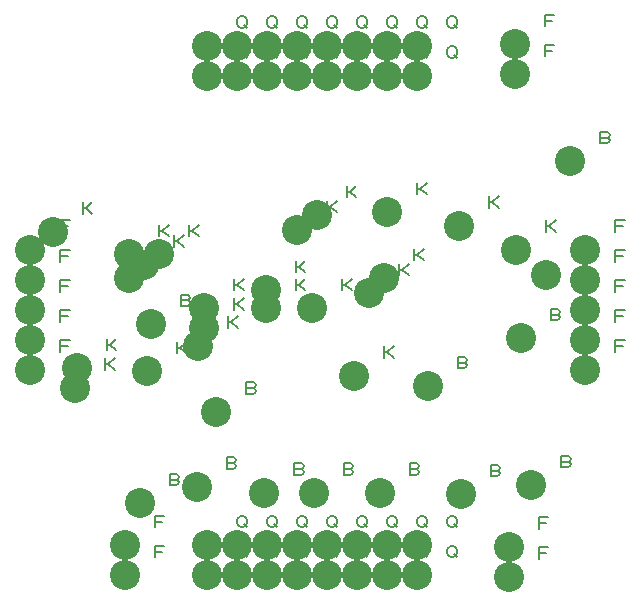
<source format=gbr>
%FSLAX24Y24*%
%MOIN*%
G04 EasyPC Gerber Version 18.0.8 Build 3632 *
%ADD10C,0.00500*%
%ADD95C,0.10000*%
X0Y0D02*
D02*
D10*
X5625Y10269D02*
Y10644D01*
X5938*
X5875Y10456D02*
X5625D01*
Y11269D02*
Y11644D01*
X5938*
X5875Y11456D02*
X5625D01*
Y12269D02*
Y12644D01*
X5938*
X5875Y12456D02*
X5625D01*
Y13269D02*
Y13644D01*
X5938*
X5875Y13456D02*
X5625D01*
Y14269D02*
Y14644D01*
X5938*
X5875Y14456D02*
X5625D01*
X6375Y14869D02*
Y15244D01*
Y15056D02*
X6469D01*
X6688Y15244*
X6469Y15056D02*
X6688Y14869D01*
X7125Y9669D02*
Y10044D01*
Y9856D02*
X7219D01*
X7438Y10044*
X7219Y9856D02*
X7438Y9669D01*
X7175Y10319D02*
Y10694D01*
Y10506D02*
X7269D01*
X7488Y10694*
X7269Y10506D02*
X7488Y10319D01*
X8775Y3419D02*
Y3794D01*
X9088*
X9025Y3606D02*
X8775D01*
Y4419D02*
Y4794D01*
X9088*
X9025Y4606D02*
X8775D01*
X8925Y13319D02*
Y13694D01*
Y13506D02*
X9019D01*
X9238Y13694*
X9019Y13506D02*
X9238Y13319D01*
X8925Y14119D02*
Y14494D01*
Y14306D02*
X9019D01*
X9238Y14494*
X9019Y14306D02*
X9238Y14119D01*
X9494Y6006D02*
X9556Y5975D01*
X9588Y5913*
X9556Y5850*
X9494Y5819*
X9275*
Y6194*
X9494*
X9556Y6163*
X9588Y6100*
X9556Y6038*
X9494Y6006*
X9275*
X9425Y13769D02*
Y14144D01*
Y13956D02*
X9519D01*
X9738Y14144*
X9519Y13956D02*
X9738Y13769D01*
X9525Y10219D02*
Y10594D01*
Y10406D02*
X9619D01*
X9838Y10594*
X9619Y10406D02*
X9838Y10219D01*
X9869Y11981D02*
X9931Y11950D01*
X9963Y11888*
X9931Y11825*
X9869Y11794*
X9650*
Y12169*
X9869*
X9931Y12138*
X9963Y12075*
X9931Y12013*
X9869Y11981*
X9650*
X9925Y14119D02*
Y14494D01*
Y14306D02*
X10019D01*
X10238Y14494*
X10019Y14306D02*
X10238Y14119D01*
X11394Y6556D02*
X11456Y6525D01*
X11488Y6463*
X11456Y6400*
X11394Y6369*
X11175*
Y6744*
X11394*
X11456Y6713*
X11488Y6650*
X11456Y6588*
X11394Y6556*
X11175*
X11225Y11069D02*
Y11444D01*
Y11256D02*
X11319D01*
X11538Y11444*
X11319Y11256D02*
X11538Y11069D01*
X11425Y11669D02*
Y12044D01*
Y11856D02*
X11519D01*
X11738Y12044*
X11519Y11856D02*
X11738Y11669D01*
X11425Y12319D02*
Y12694D01*
Y12506D02*
X11519D01*
X11738Y12694*
X11519Y12506D02*
X11738Y12319D01*
X11525Y3544D02*
Y3669D01*
X11556Y3731*
X11588Y3763*
X11650Y3794*
X11713*
X11775Y3763*
X11806Y3731*
X11838Y3669*
Y3544*
X11806Y3481*
X11775Y3450*
X11713Y3419*
X11650*
X11588Y3450*
X11556Y3481*
X11525Y3544*
X11744Y3513D02*
X11838Y3419D01*
X11525Y4544D02*
Y4669D01*
X11556Y4731*
X11588Y4763*
X11650Y4794*
X11713*
X11775Y4763*
X11806Y4731*
X11838Y4669*
Y4544*
X11806Y4481*
X11775Y4450*
X11713Y4419*
X11650*
X11588Y4450*
X11556Y4481*
X11525Y4544*
X11744Y4513D02*
X11838Y4419D01*
X11525Y20194D02*
Y20319D01*
X11556Y20381*
X11588Y20413*
X11650Y20444*
X11713*
X11775Y20413*
X11806Y20381*
X11838Y20319*
Y20194*
X11806Y20131*
X11775Y20100*
X11713Y20069*
X11650*
X11588Y20100*
X11556Y20131*
X11525Y20194*
X11744Y20163D02*
X11838Y20069D01*
X11525Y21194D02*
Y21319D01*
X11556Y21381*
X11588Y21413*
X11650Y21444*
X11713*
X11775Y21413*
X11806Y21381*
X11838Y21319*
Y21194*
X11806Y21131*
X11775Y21100*
X11713Y21069*
X11650*
X11588Y21100*
X11556Y21131*
X11525Y21194*
X11744Y21163D02*
X11838Y21069D01*
X12044Y9056D02*
X12106Y9025D01*
X12138Y8963*
X12106Y8900*
X12044Y8869*
X11825*
Y9244*
X12044*
X12106Y9213*
X12138Y9150*
X12106Y9088*
X12044Y9056*
X11825*
X12525Y3544D02*
Y3669D01*
X12556Y3731*
X12588Y3763*
X12650Y3794*
X12713*
X12775Y3763*
X12806Y3731*
X12838Y3669*
Y3544*
X12806Y3481*
X12775Y3450*
X12713Y3419*
X12650*
X12588Y3450*
X12556Y3481*
X12525Y3544*
X12744Y3513D02*
X12838Y3419D01*
X12525Y4544D02*
Y4669D01*
X12556Y4731*
X12588Y4763*
X12650Y4794*
X12713*
X12775Y4763*
X12806Y4731*
X12838Y4669*
Y4544*
X12806Y4481*
X12775Y4450*
X12713Y4419*
X12650*
X12588Y4450*
X12556Y4481*
X12525Y4544*
X12744Y4513D02*
X12838Y4419D01*
X12525Y20194D02*
Y20319D01*
X12556Y20381*
X12588Y20413*
X12650Y20444*
X12713*
X12775Y20413*
X12806Y20381*
X12838Y20319*
Y20194*
X12806Y20131*
X12775Y20100*
X12713Y20069*
X12650*
X12588Y20100*
X12556Y20131*
X12525Y20194*
X12744Y20163D02*
X12838Y20069D01*
X12525Y21194D02*
Y21319D01*
X12556Y21381*
X12588Y21413*
X12650Y21444*
X12713*
X12775Y21413*
X12806Y21381*
X12838Y21319*
Y21194*
X12806Y21131*
X12775Y21100*
X12713Y21069*
X12650*
X12588Y21100*
X12556Y21131*
X12525Y21194*
X12744Y21163D02*
X12838Y21069D01*
X13644Y6356D02*
X13706Y6325D01*
X13738Y6263*
X13706Y6200*
X13644Y6169*
X13425*
Y6544*
X13644*
X13706Y6513*
X13738Y6450*
X13706Y6388*
X13644Y6356*
X13425*
X13475Y12319D02*
Y12694D01*
Y12506D02*
X13569D01*
X13788Y12694*
X13569Y12506D02*
X13788Y12319D01*
X13475Y12915D02*
Y13290D01*
Y13102D02*
X13569D01*
X13788Y13290*
X13569Y13102D02*
X13788Y12915D01*
X13525Y3544D02*
Y3669D01*
X13556Y3731*
X13588Y3763*
X13650Y3794*
X13713*
X13775Y3763*
X13806Y3731*
X13838Y3669*
Y3544*
X13806Y3481*
X13775Y3450*
X13713Y3419*
X13650*
X13588Y3450*
X13556Y3481*
X13525Y3544*
X13744Y3513D02*
X13838Y3419D01*
X13525Y4544D02*
Y4669D01*
X13556Y4731*
X13588Y4763*
X13650Y4794*
X13713*
X13775Y4763*
X13806Y4731*
X13838Y4669*
Y4544*
X13806Y4481*
X13775Y4450*
X13713Y4419*
X13650*
X13588Y4450*
X13556Y4481*
X13525Y4544*
X13744Y4513D02*
X13838Y4419D01*
X13525Y20194D02*
Y20319D01*
X13556Y20381*
X13588Y20413*
X13650Y20444*
X13713*
X13775Y20413*
X13806Y20381*
X13838Y20319*
Y20194*
X13806Y20131*
X13775Y20100*
X13713Y20069*
X13650*
X13588Y20100*
X13556Y20131*
X13525Y20194*
X13744Y20163D02*
X13838Y20069D01*
X13525Y21194D02*
Y21319D01*
X13556Y21381*
X13588Y21413*
X13650Y21444*
X13713*
X13775Y21413*
X13806Y21381*
X13838Y21319*
Y21194*
X13806Y21131*
X13775Y21100*
X13713Y21069*
X13650*
X13588Y21100*
X13556Y21131*
X13525Y21194*
X13744Y21163D02*
X13838Y21069D01*
X14525Y3544D02*
Y3669D01*
X14556Y3731*
X14588Y3763*
X14650Y3794*
X14713*
X14775Y3763*
X14806Y3731*
X14838Y3669*
Y3544*
X14806Y3481*
X14775Y3450*
X14713Y3419*
X14650*
X14588Y3450*
X14556Y3481*
X14525Y3544*
X14744Y3513D02*
X14838Y3419D01*
X14525Y4544D02*
Y4669D01*
X14556Y4731*
X14588Y4763*
X14650Y4794*
X14713*
X14775Y4763*
X14806Y4731*
X14838Y4669*
Y4544*
X14806Y4481*
X14775Y4450*
X14713Y4419*
X14650*
X14588Y4450*
X14556Y4481*
X14525Y4544*
X14744Y4513D02*
X14838Y4419D01*
X14525Y14919D02*
Y15294D01*
Y15106D02*
X14619D01*
X14838Y15294*
X14619Y15106D02*
X14838Y14919D01*
X14525Y20194D02*
Y20319D01*
X14556Y20381*
X14588Y20413*
X14650Y20444*
X14713*
X14775Y20413*
X14806Y20381*
X14838Y20319*
Y20194*
X14806Y20131*
X14775Y20100*
X14713Y20069*
X14650*
X14588Y20100*
X14556Y20131*
X14525Y20194*
X14744Y20163D02*
X14838Y20069D01*
X14525Y21194D02*
Y21319D01*
X14556Y21381*
X14588Y21413*
X14650Y21444*
X14713*
X14775Y21413*
X14806Y21381*
X14838Y21319*
Y21194*
X14806Y21131*
X14775Y21100*
X14713Y21069*
X14650*
X14588Y21100*
X14556Y21131*
X14525Y21194*
X14744Y21163D02*
X14838Y21069D01*
X15025Y12319D02*
Y12694D01*
Y12506D02*
X15119D01*
X15338Y12694*
X15119Y12506D02*
X15338Y12319D01*
X15294Y6356D02*
X15356Y6325D01*
X15388Y6263*
X15356Y6200*
X15294Y6169*
X15075*
Y6544*
X15294*
X15356Y6513*
X15388Y6450*
X15356Y6388*
X15294Y6356*
X15075*
X15175Y15419D02*
Y15794D01*
Y15606D02*
X15269D01*
X15488Y15794*
X15269Y15606D02*
X15488Y15419D01*
X15525Y3544D02*
Y3669D01*
X15556Y3731*
X15588Y3763*
X15650Y3794*
X15713*
X15775Y3763*
X15806Y3731*
X15838Y3669*
Y3544*
X15806Y3481*
X15775Y3450*
X15713Y3419*
X15650*
X15588Y3450*
X15556Y3481*
X15525Y3544*
X15744Y3513D02*
X15838Y3419D01*
X15525Y4544D02*
Y4669D01*
X15556Y4731*
X15588Y4763*
X15650Y4794*
X15713*
X15775Y4763*
X15806Y4731*
X15838Y4669*
Y4544*
X15806Y4481*
X15775Y4450*
X15713Y4419*
X15650*
X15588Y4450*
X15556Y4481*
X15525Y4544*
X15744Y4513D02*
X15838Y4419D01*
X15525Y20194D02*
Y20319D01*
X15556Y20381*
X15588Y20413*
X15650Y20444*
X15713*
X15775Y20413*
X15806Y20381*
X15838Y20319*
Y20194*
X15806Y20131*
X15775Y20100*
X15713Y20069*
X15650*
X15588Y20100*
X15556Y20131*
X15525Y20194*
X15744Y20163D02*
X15838Y20069D01*
X15525Y21194D02*
Y21319D01*
X15556Y21381*
X15588Y21413*
X15650Y21444*
X15713*
X15775Y21413*
X15806Y21381*
X15838Y21319*
Y21194*
X15806Y21131*
X15775Y21100*
X15713Y21069*
X15650*
X15588Y21100*
X15556Y21131*
X15525Y21194*
X15744Y21163D02*
X15838Y21069D01*
X16425Y10069D02*
Y10444D01*
Y10256D02*
X16519D01*
X16738Y10444*
X16519Y10256D02*
X16738Y10069D01*
X16525Y3544D02*
Y3669D01*
X16556Y3731*
X16588Y3763*
X16650Y3794*
X16713*
X16775Y3763*
X16806Y3731*
X16838Y3669*
Y3544*
X16806Y3481*
X16775Y3450*
X16713Y3419*
X16650*
X16588Y3450*
X16556Y3481*
X16525Y3544*
X16744Y3513D02*
X16838Y3419D01*
X16525Y4544D02*
Y4669D01*
X16556Y4731*
X16588Y4763*
X16650Y4794*
X16713*
X16775Y4763*
X16806Y4731*
X16838Y4669*
Y4544*
X16806Y4481*
X16775Y4450*
X16713Y4419*
X16650*
X16588Y4450*
X16556Y4481*
X16525Y4544*
X16744Y4513D02*
X16838Y4419D01*
X16525Y20194D02*
Y20319D01*
X16556Y20381*
X16588Y20413*
X16650Y20444*
X16713*
X16775Y20413*
X16806Y20381*
X16838Y20319*
Y20194*
X16806Y20131*
X16775Y20100*
X16713Y20069*
X16650*
X16588Y20100*
X16556Y20131*
X16525Y20194*
X16744Y20163D02*
X16838Y20069D01*
X16525Y21194D02*
Y21319D01*
X16556Y21381*
X16588Y21413*
X16650Y21444*
X16713*
X16775Y21413*
X16806Y21381*
X16838Y21319*
Y21194*
X16806Y21131*
X16775Y21100*
X16713Y21069*
X16650*
X16588Y21100*
X16556Y21131*
X16525Y21194*
X16744Y21163D02*
X16838Y21069D01*
X16925Y12819D02*
Y13194D01*
Y13006D02*
X17019D01*
X17238Y13194*
X17019Y13006D02*
X17238Y12819D01*
X17494Y6356D02*
X17556Y6325D01*
X17588Y6263*
X17556Y6200*
X17494Y6169*
X17275*
Y6544*
X17494*
X17556Y6513*
X17588Y6450*
X17556Y6388*
X17494Y6356*
X17275*
X17425Y13319D02*
Y13694D01*
Y13506D02*
X17519D01*
X17738Y13694*
X17519Y13506D02*
X17738Y13319D01*
X17525Y3544D02*
Y3669D01*
X17556Y3731*
X17588Y3763*
X17650Y3794*
X17713*
X17775Y3763*
X17806Y3731*
X17838Y3669*
Y3544*
X17806Y3481*
X17775Y3450*
X17713Y3419*
X17650*
X17588Y3450*
X17556Y3481*
X17525Y3544*
X17744Y3513D02*
X17838Y3419D01*
X17525Y4544D02*
Y4669D01*
X17556Y4731*
X17588Y4763*
X17650Y4794*
X17713*
X17775Y4763*
X17806Y4731*
X17838Y4669*
Y4544*
X17806Y4481*
X17775Y4450*
X17713Y4419*
X17650*
X17588Y4450*
X17556Y4481*
X17525Y4544*
X17744Y4513D02*
X17838Y4419D01*
X17525Y15519D02*
Y15894D01*
Y15706D02*
X17619D01*
X17838Y15894*
X17619Y15706D02*
X17838Y15519D01*
X17525Y20194D02*
Y20319D01*
X17556Y20381*
X17588Y20413*
X17650Y20444*
X17713*
X17775Y20413*
X17806Y20381*
X17838Y20319*
Y20194*
X17806Y20131*
X17775Y20100*
X17713Y20069*
X17650*
X17588Y20100*
X17556Y20131*
X17525Y20194*
X17744Y20163D02*
X17838Y20069D01*
X17525Y21194D02*
Y21319D01*
X17556Y21381*
X17588Y21413*
X17650Y21444*
X17713*
X17775Y21413*
X17806Y21381*
X17838Y21319*
Y21194*
X17806Y21131*
X17775Y21100*
X17713Y21069*
X17650*
X17588Y21100*
X17556Y21131*
X17525Y21194*
X17744Y21163D02*
X17838Y21069D01*
X18525Y3544D02*
Y3669D01*
X18556Y3731*
X18588Y3763*
X18650Y3794*
X18713*
X18775Y3763*
X18806Y3731*
X18838Y3669*
Y3544*
X18806Y3481*
X18775Y3450*
X18713Y3419*
X18650*
X18588Y3450*
X18556Y3481*
X18525Y3544*
X18744Y3513D02*
X18838Y3419D01*
X18525Y4544D02*
Y4669D01*
X18556Y4731*
X18588Y4763*
X18650Y4794*
X18713*
X18775Y4763*
X18806Y4731*
X18838Y4669*
Y4544*
X18806Y4481*
X18775Y4450*
X18713Y4419*
X18650*
X18588Y4450*
X18556Y4481*
X18525Y4544*
X18744Y4513D02*
X18838Y4419D01*
X18525Y20194D02*
Y20319D01*
X18556Y20381*
X18588Y20413*
X18650Y20444*
X18713*
X18775Y20413*
X18806Y20381*
X18838Y20319*
Y20194*
X18806Y20131*
X18775Y20100*
X18713Y20069*
X18650*
X18588Y20100*
X18556Y20131*
X18525Y20194*
X18744Y20163D02*
X18838Y20069D01*
X18525Y21194D02*
Y21319D01*
X18556Y21381*
X18588Y21413*
X18650Y21444*
X18713*
X18775Y21413*
X18806Y21381*
X18838Y21319*
Y21194*
X18806Y21131*
X18775Y21100*
X18713Y21069*
X18650*
X18588Y21100*
X18556Y21131*
X18525Y21194*
X18744Y21163D02*
X18838Y21069D01*
X19094Y9906D02*
X19156Y9875D01*
X19188Y9813*
X19156Y9750*
X19094Y9719*
X18875*
Y10094*
X19094*
X19156Y10063*
X19188Y10000*
X19156Y9938*
X19094Y9906*
X18875*
X19925Y15069D02*
Y15444D01*
Y15256D02*
X20019D01*
X20238Y15444*
X20019Y15256D02*
X20238Y15069D01*
X20194Y6306D02*
X20256Y6275D01*
X20288Y6213*
X20256Y6150*
X20194Y6119*
X19975*
Y6494*
X20194*
X20256Y6463*
X20288Y6400*
X20256Y6338*
X20194Y6306*
X19975*
X21575Y3369D02*
Y3744D01*
X21888*
X21825Y3556D02*
X21575D01*
Y4369D02*
Y4744D01*
X21888*
X21825Y4556D02*
X21575D01*
X21775Y20119D02*
Y20494D01*
X22088*
X22025Y20306D02*
X21775D01*
Y21119D02*
Y21494D01*
X22088*
X22025Y21306D02*
X21775D01*
X21825Y14269D02*
Y14644D01*
Y14456D02*
X21919D01*
X22138Y14644*
X21919Y14456D02*
X22138Y14269D01*
X22194Y11506D02*
X22256Y11475D01*
X22288Y11413*
X22256Y11350*
X22194Y11319*
X21975*
Y11694*
X22194*
X22256Y11663*
X22288Y11600*
X22256Y11538*
X22194Y11506*
X21975*
X22544Y6606D02*
X22606Y6575D01*
X22638Y6513*
X22606Y6450*
X22544Y6419*
X22325*
Y6794*
X22544*
X22606Y6763*
X22638Y6700*
X22606Y6638*
X22544Y6606*
X22325*
X23044Y13606D02*
X23106Y13575D01*
X23138Y13513*
X23106Y13450*
X23044Y13419*
X22825*
Y13794*
X23044*
X23106Y13763*
X23138Y13700*
X23106Y13638*
X23044Y13606*
X22825*
X23844Y17406D02*
X23906Y17375D01*
X23938Y17313*
X23906Y17250*
X23844Y17219*
X23625*
Y17594*
X23844*
X23906Y17563*
X23938Y17500*
X23906Y17438*
X23844Y17406*
X23625*
X24125Y10269D02*
Y10644D01*
X24438*
X24375Y10456D02*
X24125D01*
Y11269D02*
Y11644D01*
X24438*
X24375Y11456D02*
X24125D01*
Y12269D02*
Y12644D01*
X24438*
X24375Y12456D02*
X24125D01*
Y13269D02*
Y13644D01*
X24438*
X24375Y13456D02*
X24125D01*
Y14269D02*
Y14644D01*
X24438*
X24375Y14456D02*
X24125D01*
D02*
D95*
X4625Y9675D03*
Y10675D03*
Y11675D03*
Y12675D03*
Y13675D03*
X5375Y14275D03*
X6125Y9075D03*
X6175Y9725D03*
X7775Y2825D03*
Y3825D03*
X7925Y12725D03*
Y13525D03*
X8275Y5225D03*
X8425Y13175D03*
X8525Y9625D03*
X8650Y11200D03*
X8925Y13525D03*
X10175Y5775D03*
X10225Y10475D03*
X10425Y11075D03*
Y11725D03*
X10525Y2825D03*
Y3825D03*
Y19475D03*
Y20475D03*
X10825Y8275D03*
X11525Y2825D03*
Y3825D03*
Y19475D03*
Y20475D03*
X12425Y5575D03*
X12475Y11725D03*
Y12321D03*
X12525Y2825D03*
Y3825D03*
Y19475D03*
Y20475D03*
X13525Y2825D03*
Y3825D03*
Y14325D03*
Y19475D03*
Y20475D03*
X14025Y11725D03*
X14075Y5575D03*
X14175Y14825D03*
X14525Y2825D03*
Y3825D03*
Y19475D03*
Y20475D03*
X15425Y9475D03*
X15525Y2825D03*
Y3825D03*
Y19475D03*
Y20475D03*
X15925Y12225D03*
X16275Y5575D03*
X16425Y12725D03*
X16525Y2825D03*
Y3825D03*
Y14925D03*
Y19475D03*
Y20475D03*
X17525Y2825D03*
Y3825D03*
Y19475D03*
Y20475D03*
X17875Y9125D03*
X18925Y14475D03*
X18975Y5525D03*
X20575Y2775D03*
Y3775D03*
X20775Y19525D03*
Y20525D03*
X20825Y13675D03*
X20975Y10725D03*
X21325Y5825D03*
X21825Y12825D03*
X22625Y16625D03*
X23125Y9675D03*
Y10675D03*
Y11675D03*
Y12675D03*
Y13675D03*
X0Y0D02*
M02*

</source>
